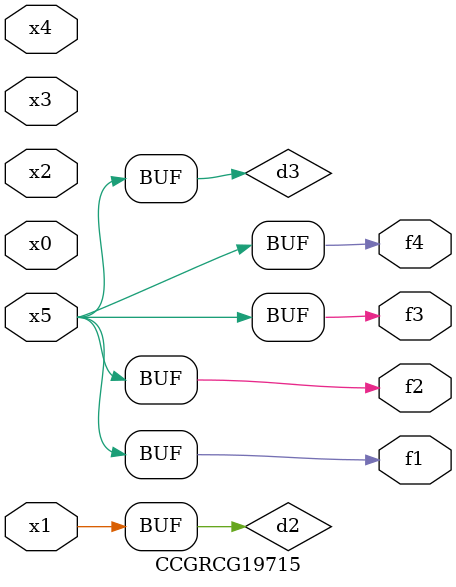
<source format=v>
module CCGRCG19715(
	input x0, x1, x2, x3, x4, x5,
	output f1, f2, f3, f4
);

	wire d1, d2, d3;

	not (d1, x5);
	or (d2, x1);
	xnor (d3, d1);
	assign f1 = d3;
	assign f2 = d3;
	assign f3 = d3;
	assign f4 = d3;
endmodule

</source>
